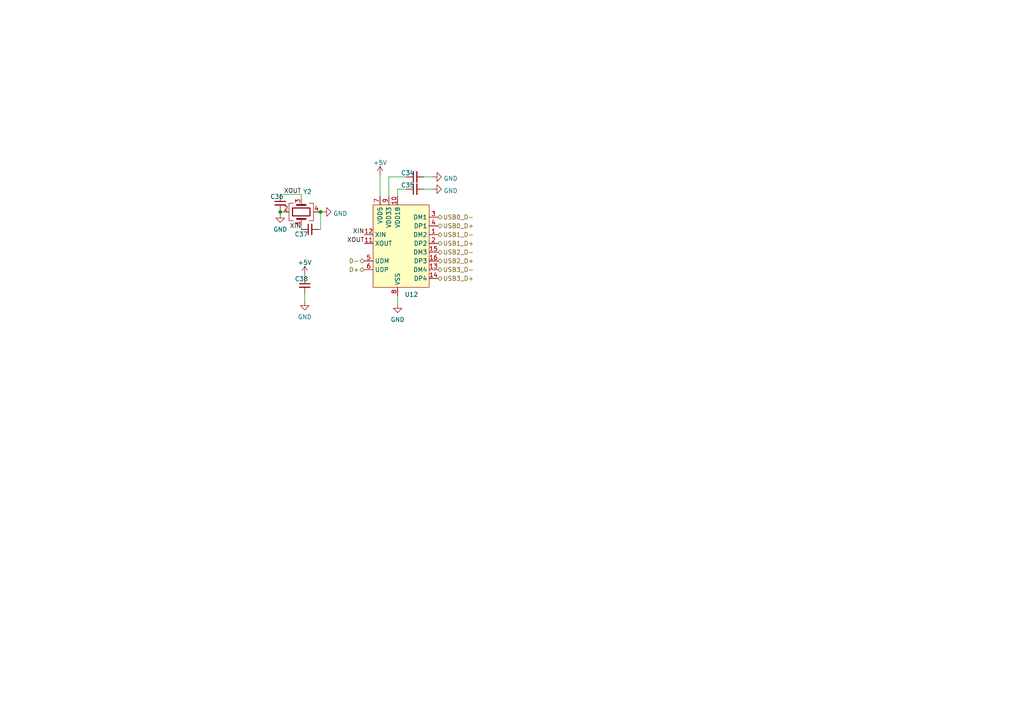
<source format=kicad_sch>
(kicad_sch (version 20211123) (generator eeschema)
  (paper "A4")
  (lib_symbols
    (symbol "Device:C_Small" (pin_numbers hide) (pin_names (offset 0.254) hide)
      (property "Reference" "C" (at 0.254 1.778 0))
      (property "Value" "C_Small" (at 0.254 -2.032 0))
      (symbol "C_Small_0_1"
        (polyline (pts (xy -1.524 -0.508) (xy 1.524 -0.508)) (stroke (width 0.3302)))
        (polyline (pts (xy -1.524 0.508) (xy 1.524 0.508)) (stroke (width 0.3048)))
      )
      (symbol "C_Small_1_1"
        (pin passive line (at 0 2.54 270) (length 2.032) (name "~") (number "1"))
        (pin passive line (at 0 -2.54 90) (length 2.032) (name "~") (number "2"))
      )
    )
    (symbol "Device:Crystal_GND24" (pin_names (offset 1.016) hide)
      (property "Reference" "Y" (at 3.175 5.08 0))
      (property "Value" "Crystal_GND24" (at 3.175 3.175 0))
      (symbol "Crystal_GND24_0_1"
        (rectangle (start -1.143 2.54) (end 1.143 -2.54) (stroke (width 0.3048)))
        (polyline (pts (xy -2.54 0) (xy -2.032 0)))
        (polyline (pts (xy -2.032 -1.27) (xy -2.032 1.27)) (stroke (width 0.508)))
        (polyline (pts (xy 0 -3.81) (xy 0 -3.556)))
        (polyline (pts (xy 0 3.556) (xy 0 3.81)))
        (polyline (pts (xy 2.032 -1.27) (xy 2.032 1.27)) (stroke (width 0.508)))
        (polyline (pts (xy 2.032 0) (xy 2.54 0)))
        (polyline (pts (xy -2.54 -2.286) (xy -2.54 -3.556) (xy 2.54 -3.556) (xy 2.54 -2.286)))
        (polyline (pts (xy -2.54 2.286) (xy -2.54 3.556) (xy 2.54 3.556) (xy 2.54 2.286)))
      )
      (symbol "Crystal_GND24_1_1"
        (pin passive line (at -3.81 0 0) (length 1.27) (name "1") (number "1"))
        (pin passive line (at 0 5.08 270) (length 1.27) (name "2") (number "2"))
        (pin passive line (at 3.81 0 180) (length 1.27) (name "3") (number "3"))
        (pin passive line (at 0 -5.08 90) (length 1.27) (name "4") (number "4"))
      )
    )
    (symbol "MyLib:SL2.1S"
      (property "Reference" "U" (at 5.08 13.716 0))
      (property "Value" "SL2.1S" (at -11.684 15.24 0))
      (symbol "SL2.1S_0_1"
        (rectangle (start -8.636 12.192) (end 7.62 -11.684) (stroke (width 0.1524)) (fill (type background)))
      )
      (symbol "SL2.1S_1_1"
        (pin bidirectional line (at 10.16 3.556 180) (length 2.54) (name "DM2") (number "1"))
        (pin power_in line (at -1.524 14.732 270) (length 2.54) (name "VDD18") (number "10"))
        (pin input line (at -11.176 1.016 0) (length 2.54) (name "XOUT") (number "11"))
        (pin input line (at -11.176 3.556 0) (length 2.54) (name "XIN") (number "12"))
        (pin bidirectional line (at 10.16 -6.604 180) (length 2.54) (name "DM4") (number "13"))
        (pin bidirectional line (at 10.16 -9.144 180) (length 2.54) (name "DP4") (number "14"))
        (pin bidirectional line (at 10.16 -1.524 180) (length 2.54) (name "DM3") (number "15"))
        (pin bidirectional line (at 10.16 -4.064 180) (length 2.54) (name "DP3") (number "16"))
        (pin bidirectional line (at 10.16 1.016 180) (length 2.54) (name "DP2") (number "2"))
        (pin bidirectional line (at 10.16 8.636 180) (length 2.54) (name "DM1") (number "3"))
        (pin bidirectional line (at 10.16 6.096 180) (length 2.54) (name "DP1") (number "4"))
        (pin bidirectional line (at -11.176 -4.064 0) (length 2.54) (name "UDM") (number "5"))
        (pin bidirectional line (at -11.176 -6.604 0) (length 2.54) (name "UDP") (number "6"))
        (pin power_in line (at -6.604 14.732 270) (length 2.54) (name "VDD5") (number "7"))
        (pin power_in line (at -1.524 -14.224 90) (length 2.54) (name "VSS") (number "8"))
        (pin power_in line (at -4.064 14.732 270) (length 2.54) (name "VDD33") (number "9"))
      )
    )
    (symbol "power:+5V" (power) (pin_names (offset 0))
      (property "Value" "+5V" (at 0 3.556 0))
      (symbol "+5V_0_1"
        (polyline (pts (xy -0.762 1.27) (xy 0 2.54)))
        (polyline (pts (xy 0 0) (xy 0 2.54)))
        (polyline (pts (xy 0 2.54) (xy 0.762 1.27)))
      )
      (symbol "+5V_1_1"
        (pin power_in line (at 0 0 90) (length 0) hide (name "+5V") (number "1"))
      )
    )
    (symbol "power:GND" (power) (pin_names (offset 0))
      (property "Value" "GND" (at 0 -3.81 0))
      (symbol "GND_0_1"
        (polyline (pts (xy 0 0) (xy 0 -1.27) (xy 1.27 -1.27) (xy 0 -2.54) (xy -1.27 -1.27) (xy 0 -1.27)))
      )
      (symbol "GND_1_1"
        (pin power_in line (at 0 0 270) (length 0) hide (name "GND") (number "1"))
      )
    )
  )
  (junction (at 92.964 61.468))
  (junction (at 81.28 61.468))
  (wire (pts (xy 81.28 61.468) (xy 81.28 61.976)))
  (wire (pts (xy 92.964 66.548) (xy 92.964 61.468)))
  (wire (pts (xy 110.236 50.8) (xy 110.236 56.896)))
  (wire (pts (xy 92.964 61.468) (xy 93.472 61.468)))
  (wire (pts (xy 88.392 85.344) (xy 88.392 87.376)))
  (wire (pts (xy 81.28 61.468) (xy 82.296 61.468)))
  (wire (pts (xy 87.376 56.388) (xy 87.376 57.658)))
  (wire (pts (xy 92.456 61.468) (xy 92.964 61.468)))
  (wire (pts (xy 122.936 51.308) (xy 125.476 51.308)))
  (wire (pts (xy 87.376 65.278) (xy 87.376 66.548)))
  (wire (pts (xy 112.776 51.308) (xy 112.776 56.896)))
  (wire (pts (xy 117.856 51.308) (xy 112.776 51.308)))
  (wire (pts (xy 81.28 56.388) (xy 87.376 56.388)))
  (wire (pts (xy 122.936 54.864) (xy 125.476 54.864)))
  (wire (pts (xy 115.316 56.896) (xy 115.316 54.864)))
  (wire (pts (xy 115.316 85.852) (xy 115.316 88.138)))
  (wire (pts (xy 88.392 79.756) (xy 88.392 80.264)))
  (wire (pts (xy 115.316 54.864) (xy 117.856 54.864)))
  (wire (pts (xy 92.456 66.548) (xy 92.964 66.548)))
  (label "XIN" (at 87.376 66.548 180))
  (label "XOUT" (at 105.664 70.612 180))
  (label "XIN" (at 105.664 68.072 180))
  (label "XOUT" (at 87.376 56.388 180))
  (hierarchical_label "USB0_D-" (shape bidirectional) (at 127 62.992 0))
  (hierarchical_label "D+" (shape bidirectional) (at 105.664 78.232 180))
  (hierarchical_label "USB1_D-" (shape bidirectional) (at 127 68.072 0))
  (hierarchical_label "USB0_D+" (shape bidirectional) (at 127 65.532 0))
  (hierarchical_label "USB1_D+" (shape bidirectional) (at 127 70.612 0))
  (hierarchical_label "USB3_D-" (shape bidirectional) (at 127 78.232 0))
  (hierarchical_label "USB3_D+" (shape bidirectional) (at 127 80.772 0))
  (hierarchical_label "USB2_D-" (shape bidirectional) (at 127 73.152 0))
  (hierarchical_label "USB2_D+" (shape bidirectional) (at 127 75.692 0))
  (hierarchical_label "D-" (shape bidirectional) (at 105.664 75.692 180))
  (symbol (lib_id "power:GND") (at 125.476 51.308 90) (unit 1)
    (property "Reference" "#PWR?" (effects hide))
  )
  (symbol (lib_id "power:GND") (at 125.476 54.864 90) (unit 1)
    (property "Reference" "#PWR?" (effects hide))
  )
  (symbol (lib_id "Device:C_Small") (at 89.916 66.548 90) (unit 1)
    (property "Reference" "C37" (at 87.376 67.945 90))
  )
  (symbol (lib_id "MyLib:SL2.1S") (at 116.84 71.628 0) (unit 1)
    (property "Reference" "U12" (at 117.3354 85.4107 0) (effects (justify left)))
  )
  (symbol (lib_id "Device:C_Small") (at 88.392 82.804 0) (unit 1)
    (property "Reference" "C38" (at 85.471 80.899 0) (effects (justify left)))
  )
  (symbol (lib_id "Device:C_Small") (at 120.396 51.308 90) (unit 1)
    (property "Reference" "C34" (at 118.237 50.165 90))
  )
  (symbol (lib_id "power:GND") (at 81.28 61.976 0) (unit 1)
    (property "Reference" "#PWR?" (effects hide))
  )
  (symbol (lib_id "power:GND") (at 88.392 87.376 0) (unit 1)
    (property "Reference" "#PWR?" (effects hide))
  )
  (symbol (lib_id "power:+5V") (at 110.236 50.8 0) (unit 1)
    (property "Reference" "#PWR?" (effects hide))
  )
  (symbol (lib_id "power:+5V") (at 88.392 79.756 0) (unit 1)
    (property "Reference" "#PWR?" (effects hide))
  )
  (symbol (lib_id "Device:C_Small") (at 81.28 58.928 0) (unit 1)
    (property "Reference" "C36" (at 78.359 57.023 0) (effects (justify left)))
  )
  (symbol (lib_id "Device:C_Small") (at 120.396 54.864 90) (unit 1)
    (property "Reference" "C35" (at 118.237 53.721 90))
  )
  (symbol (lib_id "power:GND") (at 93.472 61.468 90) (unit 1)
    (property "Reference" "#PWR?" (effects hide))
  )
  (symbol (lib_id "power:GND") (at 115.316 88.138 0) (unit 1)
    (property "Reference" "#PWR?" (effects hide))
  )
  (symbol (lib_id "Device:Crystal_GND24") (at 87.376 61.468 90) (unit 1)
    (property "Reference" "Y2" (at 89.154 55.626 90))
  )
)
</source>
